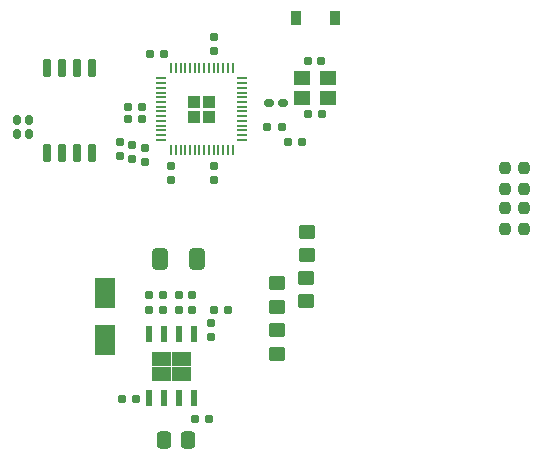
<source format=gbp>
G04 #@! TF.GenerationSoftware,KiCad,Pcbnew,(6.0.2-0)*
G04 #@! TF.CreationDate,2022-10-06T13:52:31+11:00*
G04 #@! TF.ProjectId,usb_xwitch,7573625f-7877-4697-9463-682e6b696361,0.2*
G04 #@! TF.SameCoordinates,Original*
G04 #@! TF.FileFunction,Paste,Bot*
G04 #@! TF.FilePolarity,Positive*
%FSLAX46Y46*%
G04 Gerber Fmt 4.6, Leading zero omitted, Abs format (unit mm)*
G04 Created by KiCad (PCBNEW (6.0.2-0)) date 2022-10-06 13:52:31*
%MOMM*%
%LPD*%
G01*
G04 APERTURE LIST*
G04 Aperture macros list*
%AMRoundRect*
0 Rectangle with rounded corners*
0 $1 Rounding radius*
0 $2 $3 $4 $5 $6 $7 $8 $9 X,Y pos of 4 corners*
0 Add a 4 corners polygon primitive as box body*
4,1,4,$2,$3,$4,$5,$6,$7,$8,$9,$2,$3,0*
0 Add four circle primitives for the rounded corners*
1,1,$1+$1,$2,$3*
1,1,$1+$1,$4,$5*
1,1,$1+$1,$6,$7*
1,1,$1+$1,$8,$9*
0 Add four rect primitives between the rounded corners*
20,1,$1+$1,$2,$3,$4,$5,0*
20,1,$1+$1,$4,$5,$6,$7,0*
20,1,$1+$1,$6,$7,$8,$9,0*
20,1,$1+$1,$8,$9,$2,$3,0*%
G04 Aperture macros list end*
%ADD10C,0.100000*%
%ADD11RoundRect,0.160000X0.160000X-0.197500X0.160000X0.197500X-0.160000X0.197500X-0.160000X-0.197500X0*%
%ADD12RoundRect,0.160000X0.160000X-0.222500X0.160000X0.222500X-0.160000X0.222500X-0.160000X-0.222500X0*%
%ADD13RoundRect,0.250000X0.450000X-0.350000X0.450000X0.350000X-0.450000X0.350000X-0.450000X-0.350000X0*%
%ADD14RoundRect,0.160000X-0.160000X0.197500X-0.160000X-0.197500X0.160000X-0.197500X0.160000X0.197500X0*%
%ADD15RoundRect,0.160000X0.197500X0.160000X-0.197500X0.160000X-0.197500X-0.160000X0.197500X-0.160000X0*%
%ADD16R,1.400000X1.200000*%
%ADD17RoundRect,0.250000X-0.292217X0.292217X-0.292217X-0.292217X0.292217X-0.292217X0.292217X0.292217X0*%
%ADD18RoundRect,0.050000X-0.050000X0.387500X-0.050000X-0.387500X0.050000X-0.387500X0.050000X0.387500X0*%
%ADD19RoundRect,0.050000X-0.387500X0.050000X-0.387500X-0.050000X0.387500X-0.050000X0.387500X0.050000X0*%
%ADD20R,0.558800X1.460500*%
%ADD21RoundRect,0.160000X-0.222500X-0.160000X0.222500X-0.160000X0.222500X0.160000X-0.222500X0.160000X0*%
%ADD22RoundRect,0.250000X0.412500X0.650000X-0.412500X0.650000X-0.412500X-0.650000X0.412500X-0.650000X0*%
%ADD23R,1.800000X2.500000*%
%ADD24RoundRect,0.160000X-0.197500X-0.160000X0.197500X-0.160000X0.197500X0.160000X-0.197500X0.160000X0*%
%ADD25RoundRect,0.155000X-0.212500X-0.155000X0.212500X-0.155000X0.212500X0.155000X-0.212500X0.155000X0*%
%ADD26RoundRect,0.155000X0.212500X0.155000X-0.212500X0.155000X-0.212500X-0.155000X0.212500X-0.155000X0*%
%ADD27RoundRect,0.237500X-0.237500X0.250000X-0.237500X-0.250000X0.237500X-0.250000X0.237500X0.250000X0*%
%ADD28RoundRect,0.150000X-0.150000X0.650000X-0.150000X-0.650000X0.150000X-0.650000X0.150000X0.650000X0*%
%ADD29RoundRect,0.237500X0.237500X-0.250000X0.237500X0.250000X-0.237500X0.250000X-0.237500X-0.250000X0*%
%ADD30R,0.900000X1.200000*%
%ADD31RoundRect,0.250000X-0.337500X-0.475000X0.337500X-0.475000X0.337500X0.475000X-0.337500X0.475000X0*%
G04 APERTURE END LIST*
D10*
X113572800Y-114717300D02*
X115100000Y-114717300D01*
X115100000Y-114717300D02*
X115100000Y-115800000D01*
X115100000Y-115800000D02*
X113572800Y-115800000D01*
X113572800Y-115800000D02*
X113572800Y-114717300D01*
G36*
X115100000Y-115800000D02*
G01*
X113572800Y-115800000D01*
X113572800Y-114717300D01*
X115100000Y-114717300D01*
X115100000Y-115800000D01*
G37*
X115100000Y-115800000D02*
X113572800Y-115800000D01*
X113572800Y-114717300D01*
X115100000Y-114717300D01*
X115100000Y-115800000D01*
X113572800Y-116000000D02*
X115100000Y-116000000D01*
X115100000Y-116000000D02*
X115100000Y-117082700D01*
X115100000Y-117082700D02*
X113572800Y-117082700D01*
X113572800Y-117082700D02*
X113572800Y-116000000D01*
G36*
X115100000Y-117082700D02*
G01*
X113572800Y-117082700D01*
X113572800Y-116000000D01*
X115100000Y-116000000D01*
X115100000Y-117082700D01*
G37*
X115100000Y-117082700D02*
X113572800Y-117082700D01*
X113572800Y-116000000D01*
X115100000Y-116000000D01*
X115100000Y-117082700D01*
X115300000Y-116000000D02*
X116827200Y-116000000D01*
X116827200Y-116000000D02*
X116827200Y-117082700D01*
X116827200Y-117082700D02*
X115300000Y-117082700D01*
X115300000Y-117082700D02*
X115300000Y-116000000D01*
G36*
X116827200Y-117082700D02*
G01*
X115300000Y-117082700D01*
X115300000Y-116000000D01*
X116827200Y-116000000D01*
X116827200Y-117082700D01*
G37*
X116827200Y-117082700D02*
X115300000Y-117082700D01*
X115300000Y-116000000D01*
X116827200Y-116000000D01*
X116827200Y-117082700D01*
X115300000Y-114717300D02*
X116827200Y-114717300D01*
X116827200Y-114717300D02*
X116827200Y-115800000D01*
X116827200Y-115800000D02*
X115300000Y-115800000D01*
X115300000Y-115800000D02*
X115300000Y-114717300D01*
G36*
X116827200Y-115800000D02*
G01*
X115300000Y-115800000D01*
X115300000Y-114717300D01*
X116827200Y-114717300D01*
X116827200Y-115800000D01*
G37*
X116827200Y-115800000D02*
X115300000Y-115800000D01*
X115300000Y-114717300D01*
X116827200Y-114717300D01*
X116827200Y-115800000D01*
D11*
X114525000Y-111122500D03*
X114525000Y-109927500D03*
D12*
X102125000Y-96222500D03*
X102125000Y-95077500D03*
D13*
X124200000Y-110900000D03*
X124200000Y-108900000D03*
D14*
X118800000Y-98977500D03*
X118800000Y-100172500D03*
D15*
X118397500Y-120400000D03*
X117202500Y-120400000D03*
D13*
X126625000Y-110425000D03*
X126625000Y-108425000D03*
D14*
X112950000Y-97452500D03*
X112950000Y-98647500D03*
D16*
X126300000Y-91500000D03*
X128500000Y-91500000D03*
X128500000Y-93200000D03*
X126300000Y-93200000D03*
D17*
X118437500Y-94787500D03*
X117162500Y-93512500D03*
X118437500Y-93512500D03*
X117162500Y-94787500D03*
D18*
X115200000Y-90712500D03*
X115600000Y-90712500D03*
X116000000Y-90712500D03*
X116400000Y-90712500D03*
X116800000Y-90712500D03*
X117200000Y-90712500D03*
X117600000Y-90712500D03*
X118000000Y-90712500D03*
X118400000Y-90712500D03*
X118800000Y-90712500D03*
X119200000Y-90712500D03*
X119600000Y-90712500D03*
X120000000Y-90712500D03*
X120400000Y-90712500D03*
D19*
X121237500Y-91550000D03*
X121237500Y-91950000D03*
X121237500Y-92350000D03*
X121237500Y-92750000D03*
X121237500Y-93150000D03*
X121237500Y-93550000D03*
X121237500Y-93950000D03*
X121237500Y-94350000D03*
X121237500Y-94750000D03*
X121237500Y-95150000D03*
X121237500Y-95550000D03*
X121237500Y-95950000D03*
X121237500Y-96350000D03*
X121237500Y-96750000D03*
D18*
X120400000Y-97587500D03*
X120000000Y-97587500D03*
X119600000Y-97587500D03*
X119200000Y-97587500D03*
X118800000Y-97587500D03*
X118400000Y-97587500D03*
X118000000Y-97587500D03*
X117600000Y-97587500D03*
X117200000Y-97587500D03*
X116800000Y-97587500D03*
X116400000Y-97587500D03*
X116000000Y-97587500D03*
X115600000Y-97587500D03*
X115200000Y-97587500D03*
D19*
X114362500Y-96750000D03*
X114362500Y-96350000D03*
X114362500Y-95950000D03*
X114362500Y-95550000D03*
X114362500Y-95150000D03*
X114362500Y-94750000D03*
X114362500Y-94350000D03*
X114362500Y-93950000D03*
X114362500Y-93550000D03*
X114362500Y-93150000D03*
X114362500Y-92750000D03*
X114362500Y-92350000D03*
X114362500Y-91950000D03*
X114362500Y-91550000D03*
D11*
X118800000Y-89247500D03*
X118800000Y-88052500D03*
D12*
X103175000Y-96222500D03*
X103175000Y-95077500D03*
D14*
X115200000Y-98952500D03*
X115200000Y-100147500D03*
D20*
X113295000Y-113175850D03*
X114565000Y-113175850D03*
X115835000Y-113175850D03*
X117105000Y-113175850D03*
X117105000Y-118624150D03*
X115835000Y-118624150D03*
X114565000Y-118624150D03*
X113295000Y-118624150D03*
D21*
X123502500Y-93625000D03*
X124647500Y-93625000D03*
D14*
X110850000Y-96952500D03*
X110850000Y-98147500D03*
D22*
X117362500Y-106800000D03*
X114237500Y-106800000D03*
D13*
X124200000Y-114850000D03*
X124200000Y-112850000D03*
X126675000Y-106525000D03*
X126675000Y-104525000D03*
D15*
X114627500Y-89460000D03*
X113432500Y-89460000D03*
D23*
X109590000Y-113730000D03*
X109590000Y-109730000D03*
D24*
X125077500Y-96950000D03*
X126272500Y-96950000D03*
D25*
X126782500Y-90100000D03*
X127917500Y-90100000D03*
D11*
X116975000Y-111122500D03*
X116975000Y-109927500D03*
D26*
X127942500Y-94600000D03*
X126807500Y-94600000D03*
D27*
X145090000Y-99117500D03*
X145090000Y-100942500D03*
D28*
X104695000Y-90650000D03*
X105965000Y-90650000D03*
X107235000Y-90650000D03*
X108505000Y-90650000D03*
X108505000Y-97850000D03*
X107235000Y-97850000D03*
X105965000Y-97850000D03*
X104695000Y-97850000D03*
D29*
X143440000Y-100942500D03*
X143440000Y-99117500D03*
D11*
X115825000Y-111122500D03*
X115825000Y-109927500D03*
D24*
X111002500Y-118700000D03*
X112197500Y-118700000D03*
D27*
X143450000Y-102487500D03*
X143450000Y-104312500D03*
D15*
X112722500Y-95000000D03*
X111527500Y-95000000D03*
D30*
X129100000Y-86450000D03*
X125800000Y-86450000D03*
D11*
X118570000Y-113457500D03*
X118570000Y-112262500D03*
D24*
X118852500Y-111160000D03*
X120047500Y-111160000D03*
D11*
X113325000Y-111122500D03*
X113325000Y-109927500D03*
D24*
X123352500Y-95675000D03*
X124547500Y-95675000D03*
D14*
X111900000Y-97202500D03*
X111900000Y-98397500D03*
D29*
X145100000Y-104312500D03*
X145100000Y-102487500D03*
D31*
X114587500Y-122125000D03*
X116662500Y-122125000D03*
D15*
X112722500Y-93950000D03*
X111527500Y-93950000D03*
M02*

</source>
